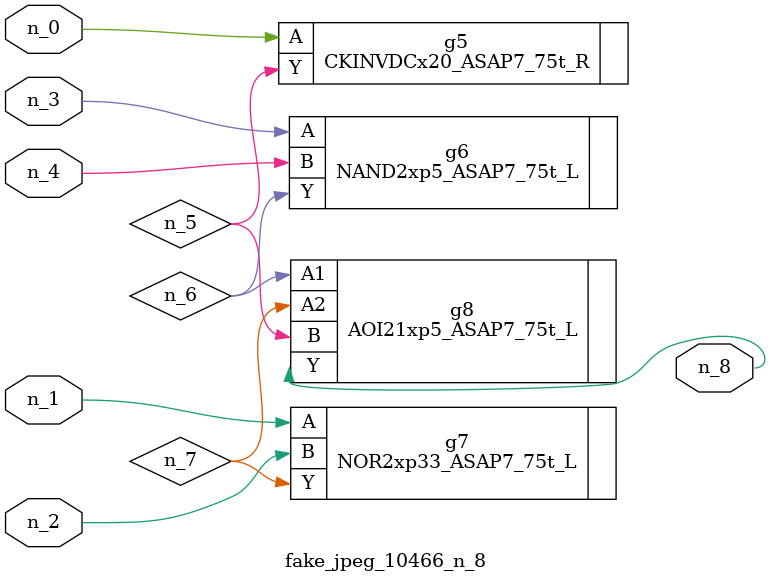
<source format=v>
module fake_jpeg_10466_n_8 (n_3, n_2, n_1, n_0, n_4, n_8);

input n_3;
input n_2;
input n_1;
input n_0;
input n_4;

output n_8;

wire n_6;
wire n_5;
wire n_7;

CKINVDCx20_ASAP7_75t_R g5 ( 
.A(n_0),
.Y(n_5)
);

NAND2xp5_ASAP7_75t_L g6 ( 
.A(n_3),
.B(n_4),
.Y(n_6)
);

NOR2xp33_ASAP7_75t_L g7 ( 
.A(n_1),
.B(n_2),
.Y(n_7)
);

AOI21xp5_ASAP7_75t_L g8 ( 
.A1(n_6),
.A2(n_7),
.B(n_5),
.Y(n_8)
);


endmodule
</source>
